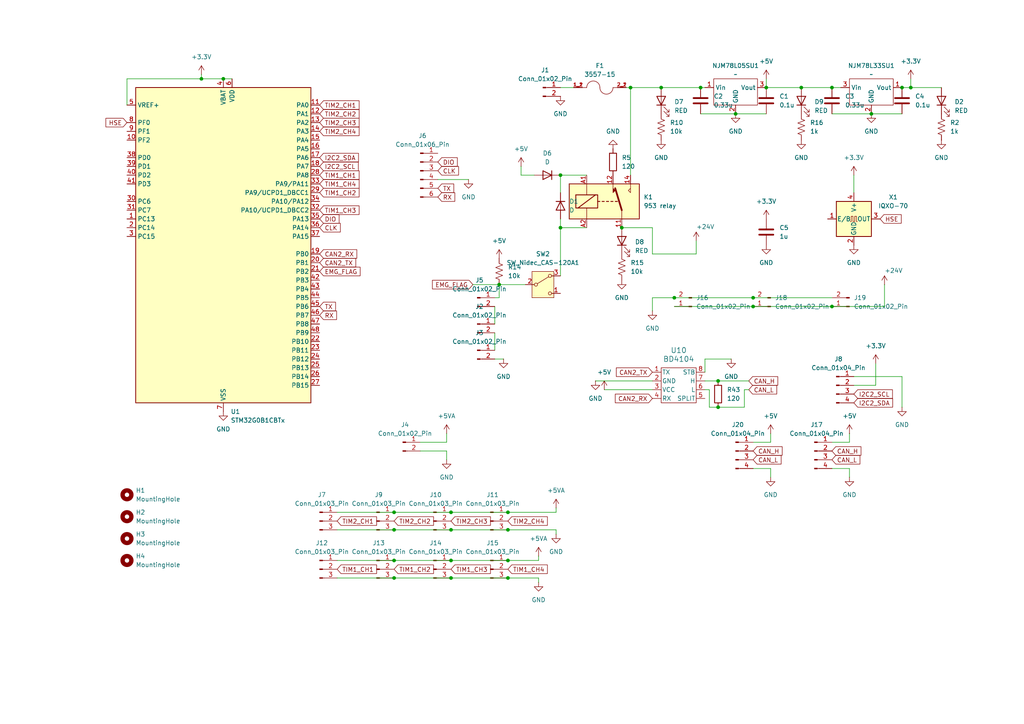
<source format=kicad_sch>
(kicad_sch (version 20250114) (generator "eeschema") (generator_version "9.0")
  (paper "A4")
  (lib_symbols
    (symbol "Connector:Conn_01x02_Pin" (pin_names (offset 1.016) (hide yes))
      (property "Reference" "J" (at 0 2.54 0))
      (property "Value" "Conn_01x02_Pin" (at 0 -5.08 0))
      (symbol "Conn_01x02_Pin_1_1"
        (pin passive line (at 5.08 0 180) (length 3.81) (name "Pin_1") (number "1"))
        (pin passive line (at 5.08 -2.54 180) (length 3.81) (name "Pin_2") (number "2"))
      )
    )
    (symbol "Connector:Conn_01x03_Pin" (pin_names (offset 1.016) (hide yes))
      (property "Reference" "J" (at 0 5.08 0))
      (property "Value" "Conn_01x03_Pin" (at 0 -5.08 0))
      (symbol "Conn_01x03_Pin_1_1"
        (pin passive line (at 5.08 2.54 180) (length 3.81) (name "Pin_1") (number "1"))
        (pin passive line (at 5.08 0 180) (length 3.81) (name "Pin_2") (number "2"))
        (pin passive line (at 5.08 -2.54 180) (length 3.81) (name "Pin_3") (number "3"))
      )
    )
    (symbol "Connector:Conn_01x04_Pin" (pin_names (offset 1.016) (hide yes))
      (property "Reference" "J" (at 0 5.08 0))
      (property "Value" "Conn_01x04_Pin" (at 0 -7.62 0))
      (symbol "Conn_01x04_Pin_1_1"
        (pin passive line (at 5.08 2.54 180) (length 3.81) (name "Pin_1") (number "1"))
        (pin passive line (at 5.08 0 180) (length 3.81) (name "Pin_2") (number "2"))
        (pin passive line (at 5.08 -2.54 180) (length 3.81) (name "Pin_3") (number "3"))
        (pin passive line (at 5.08 -5.08 180) (length 3.81) (name "Pin_4") (number "4"))
      )
    )
    (symbol "Connector:Conn_01x06_Pin" (pin_names (offset 1.016) (hide yes))
      (property "Reference" "J" (at 0 7.62 0))
      (property "Value" "Conn_01x06_Pin" (at 0 -10.16 0))
      (symbol "Conn_01x06_Pin_1_1"
        (pin passive line (at 5.08 5.08 180) (length 3.81) (name "Pin_1") (number "1"))
        (pin passive line (at 5.08 2.54 180) (length 3.81) (name "Pin_2") (number "2"))
        (pin passive line (at 5.08 0 180) (length 3.81) (name "Pin_3") (number "3"))
        (pin passive line (at 5.08 -2.54 180) (length 3.81) (name "Pin_4") (number "4"))
        (pin passive line (at 5.08 -5.08 180) (length 3.81) (name "Pin_5") (number "5"))
        (pin passive line (at 5.08 -7.62 180) (length 3.81) (name "Pin_6") (number "6"))
      )
    )
    (symbol "Device:C" (pin_numbers (hide yes)) (pin_names (offset 0.254))
      (property "Reference" "C" (at 0.635 2.54 0))
      (property "Value" "C" (at 0.635 -2.54 0))
      (symbol "C_1_1"
        (pin passive line (at 0 3.81 270) (length 2.794) (name "~") (number "1"))
        (pin passive line (at 0 -3.81 90) (length 2.794) (name "~") (number "2"))
      )
    )
    (symbol "Device:D" (pin_numbers (hide yes)) (pin_names (offset 1.016) (hide yes))
      (property "Reference" "D" (at 0 2.54 0))
      (property "Value" "D" (at 0 -2.54 0))
      (symbol "D_1_1"
        (pin passive line (at -3.81 0 0) (length 2.54) (name "K") (number "1"))
        (pin passive line (at 3.81 0 180) (length 2.54) (name "A") (number "2"))
      )
    )
    (symbol "Device:R" (pin_numbers (hide yes)) (pin_names (offset 0))
      (property "Reference" "R" (at 2.032 0 90))
      (property "Value" "R" (at 0 0 90))
      (symbol "R_1_1"
        (pin passive line (at 0 3.81 270) (length 1.27) (name "~") (number "1"))
        (pin passive line (at 0 -3.81 90) (length 1.27) (name "~") (number "2"))
      )
    )
    (symbol "MCU_ST_STM32G0:STM32G0B1CBTx"
      (property "Reference" "U" (at -25.4 46.99 0))
      (property "Value" "STM32G0B1CBTx" (at 5.08 46.99 0))
      (symbol "STM32G0B1CBTx_1_1"
        (pin input line (at -27.94 40.64 0) (length 2.54) (name "VREF+") (number "5"))
        (pin bidirectional line (at -27.94 35.56 0) (length 2.54) (name "PF0") (number "8"))
        (pin bidirectional line (at -27.94 33.02 0) (length 2.54) (name "PF1") (number "9"))
        (pin bidirectional line (at -27.94 30.48 0) (length 2.54) (name "PF2") (number "10"))
        (pin bidirectional line (at -27.94 25.4 0) (length 2.54) (name "PD0") (number "38"))
        (pin bidirectional line (at -27.94 22.86 0) (length 2.54) (name "PD1") (number "39"))
        (pin bidirectional line (at -27.94 20.32 0) (length 2.54) (name "PD2") (number "40"))
        (pin bidirectional line (at -27.94 17.78 0) (length 2.54) (name "PD3") (number "41"))
        (pin bidirectional line (at -27.94 12.7 0) (length 2.54) (name "PC6") (number "30"))
        (pin bidirectional line (at -27.94 10.16 0) (length 2.54) (name "PC7") (number "31"))
        (pin bidirectional line (at -27.94 7.62 0) (length 2.54) (name "PC13") (number "1"))
        (pin bidirectional line (at -27.94 5.08 0) (length 2.54) (name "PC14") (number "2"))
        (pin bidirectional line (at -27.94 2.54 0) (length 2.54) (name "PC15") (number "3"))
        (pin power_in line (at 0 48.26 270) (length 2.54) (name "VBAT") (number "4"))
        (pin power_in line (at 0 -48.26 90) (length 2.54) (name "VSS") (number "7"))
        (pin power_in line (at 2.54 48.26 270) (length 2.54) (name "VDD") (number "6"))
        (pin bidirectional line (at 27.94 40.64 180) (length 2.54) (name "PA0") (number "11"))
        (pin bidirectional line (at 27.94 38.1 180) (length 2.54) (name "PA1") (number "12"))
        (pin bidirectional line (at 27.94 35.56 180) (length 2.54) (name "PA2") (number "13"))
        (pin bidirectional line (at 27.94 33.02 180) (length 2.54) (name "PA3") (number "14"))
        (pin bidirectional line (at 27.94 30.48 180) (length 2.54) (name "PA4") (number "15"))
        (pin bidirectional line (at 27.94 27.94 180) (length 2.54) (name "PA5") (number "16"))
        (pin bidirectional line (at 27.94 25.4 180) (length 2.54) (name "PA6") (number "17"))
        (pin bidirectional line (at 27.94 22.86 180) (length 2.54) (name "PA7") (number "18"))
        (pin bidirectional line (at 27.94 20.32 180) (length 2.54) (name "PA8") (number "28"))
        (pin bidirectional line (at 27.94 17.78 180) (length 2.54) (name "PA9/PA11") (number "33"))
        (pin bidirectional line (at 27.94 15.24 180) (length 2.54) (name "PA9/UCPD1_DBCC1") (number "29"))
        (pin bidirectional line (at 27.94 12.7 180) (length 2.54) (name "PA10/PA12") (number "34"))
        (pin bidirectional line (at 27.94 10.16 180) (length 2.54) (name "PA10/UCPD1_DBCC2") (number "32"))
        (pin bidirectional line (at 27.94 7.62 180) (length 2.54) (name "PA13") (number "35"))
        (pin bidirectional line (at 27.94 5.08 180) (length 2.54) (name "PA14") (number "36"))
        (pin bidirectional line (at 27.94 2.54 180) (length 2.54) (name "PA15") (number "37"))
        (pin bidirectional line (at 27.94 -2.54 180) (length 2.54) (name "PB0") (number "19"))
        (pin bidirectional line (at 27.94 -5.08 180) (length 2.54) (name "PB1") (number "20"))
        (pin bidirectional line (at 27.94 -7.62 180) (length 2.54) (name "PB2") (number "21"))
        (pin bidirectional line (at 27.94 -10.16 180) (length 2.54) (name "PB3") (number "42"))
        (pin bidirectional line (at 27.94 -12.7 180) (length 2.54) (name "PB4") (number "43"))
        (pin bidirectional line (at 27.94 -15.24 180) (length 2.54) (name "PB5") (number "44"))
        (pin bidirectional line (at 27.94 -17.78 180) (length 2.54) (name "PB6") (number "45"))
        (pin bidirectional line (at 27.94 -20.32 180) (length 2.54) (name "PB7") (number "46"))
        (pin bidirectional line (at 27.94 -22.86 180) (length 2.54) (name "PB8") (number "47"))
        (pin bidirectional line (at 27.94 -25.4 180) (length 2.54) (name "PB9") (number "48"))
        (pin bidirectional line (at 27.94 -27.94 180) (length 2.54) (name "PB10") (number "22"))
        (pin bidirectional line (at 27.94 -30.48 180) (length 2.54) (name "PB11") (number "23"))
        (pin bidirectional line (at 27.94 -33.02 180) (length 2.54) (name "PB12") (number "24"))
        (pin bidirectional line (at 27.94 -35.56 180) (length 2.54) (name "PB13") (number "25"))
        (pin bidirectional line (at 27.94 -38.1 180) (length 2.54) (name "PB14") (number "26"))
        (pin bidirectional line (at 27.94 -40.64 180) (length 2.54) (name "PB15") (number "27"))
      )
    )
    (symbol "Mechanical:MountingHole" (pin_names (offset 1.016)) (in_bom no)
      (property "Reference" "H" (at 0 5.08 0))
      (property "Value" "MountingHole" (at 0 3.175 0))
    )
    (symbol "Oscillator:IQXO-70" (pin_names (offset 0.254))
      (property "Reference" "X" (at -5.08 6.35 0))
      (property "Value" "IQXO-70" (at 1.27 -6.35 0))
      (symbol "IQXO-70_1_1"
        (pin input line (at -7.62 0 0) (length 2.54) (name "E/B") (number "1"))
        (pin power_in line (at 0 7.62 270) (length 2.54) (name "V+") (number "4"))
        (pin power_in line (at 0 -7.62 90) (length 2.54) (name "GND") (number "2"))
        (pin output line (at 7.62 0 180) (length 2.54) (name "OUT") (number "3"))
      )
    )
    (symbol "Snapeda_kicad_sym:3557-15" (pin_names (offset 1.016))
      (property "Reference" "F" (at -2.54 5.08 0))
      (property "Value" "3557-15" (at -2.54 -5.08 0))
      (symbol "3557-15_0_0"
        (pin passive line (at -7.62 0 0) (length 2.54) (name "~") (number "1_1"))
        (pin passive line (at -7.62 0 0) (length 2.54) (name "~") (number "1_2"))
        (pin passive line (at 7.62 0 180) (length 2.54) (name "~") (number "2_1"))
        (pin passive line (at 7.62 0 180) (length 2.54) (name "~") (number "2_2"))
      )
    )
    (symbol "SparkFun-LED:LED" (pin_numbers (hide yes)) (pin_names (offset 1.016) (hide yes))
      (property "Reference" "D" (at 0 2.54 0))
      (property "Value" "LED" (at 0 -2.54 0))
      (symbol "LED_1_1"
        (pin passive line (at -3.81 0 0) (length 2.54) (name "K") (number "1"))
        (pin passive line (at 3.81 0 180) (length 2.54) (name "A") (number "2"))
      )
    )
    (symbol "SparkFun-Resistor:10k_0402" (pin_numbers (hide yes)) (pin_names (offset 0))
      (property "Reference" "R" (at 0 -2.54 0))
      (property "Value" "10k" (at 0 2.54 0))
      (symbol "10k_0402_1_1"
        (pin passive line (at -3.81 0 0) (length 1.27) (name "~") (number "2"))
        (pin passive line (at 3.81 0 180) (length 1.27) (name "~") (number "1"))
      )
    )
    (symbol "Switch:SW_Nidec_CAS-120A1" (pin_names (offset 1) (hide yes))
      (property "Reference" "SW" (at 0 4.318 0))
      (property "Value" "SW_Nidec_CAS-120A1" (at 0 -5.08 0))
      (symbol "SW_Nidec_CAS-120A1_1_1"
        (pin passive line (at -5.08 0 0) (length 2.54) (name "B") (number "2"))
        (pin passive line (at 5.08 2.54 180) (length 2.54) (name "A") (number "3"))
        (pin passive line (at 5.08 -2.54 180) (length 2.54) (name "C") (number "1"))
      )
    )
    (symbol "jisaku:953 relay"
      (property "Reference" "K" (at 11.43 3.81 0))
      (property "Value" "953 relay" (at 11.43 1.27 0))
      (symbol "953 relay_1_1"
        (pin passive line (at -5.08 7.62 270) (length 2.54) (name "~") (number "A1"))
        (pin passive line (at -5.08 -7.62 90) (length 2.54) (name "~") (number "A2"))
        (pin passive line (at 2.54 7.62 270) (length 2.54) (name "~") (number "12"))
        (pin passive line (at 5.08 -7.62 90) (length 2.54) (name "~") (number "11"))
        (pin passive line (at 7.62 7.62 270) (length 2.54) (name "~") (number "14"))
      )
    )
    (symbol "jisaku:BD4104" (pin_names (offset 0.254))
      (property "Reference" "U" (at -0.008 6.376 0))
      (property "Value" "BD4104" (at -0.508 8.636 0))
      (symbol "BD4104_1_1"
        (pin unspecified line (at -7.62 3.81 0) (length 2.54) (name "TX") (number "1"))
        (pin unspecified line (at -7.62 1.27 0) (length 2.54) (name "GND") (number "2"))
        (pin unspecified line (at -7.62 -1.27 0) (length 2.54) (name "VCC") (number "3"))
        (pin unspecified line (at -7.62 -3.81 0) (length 2.54) (name "RX") (number "4"))
        (pin unspecified line (at 7.62 3.81 180) (length 2.54) (name "STB") (number "8"))
        (pin unspecified line (at 7.62 1.27 180) (length 2.54) (name "H") (number "7"))
        (pin unspecified line (at 7.62 -1.27 180) (length 2.54) (name "L") (number "6"))
        (pin unspecified line (at 7.62 -3.81 180) (length 2.54) (name "SPLIT") (number "5"))
      )
    )
    (symbol "jisaku:NJM7805SDL1"
      (property "Reference" "NJM78L05SU3" (at 0.508 3.302 0))
      (symbol "NJM7805SDL1_1_1"
        (pin input line (at -8.89 0 0) (length 2.54) (name "Vin") (number "1"))
        (pin input line (at 0 -7.62 90) (length 2.54) (name "GND") (number "2"))
        (pin input line (at 8.89 0 180) (length 2.54) (name "Vout") (number "3"))
      )
    )
    (symbol "jisaku:NJM78L33SU3"
      (property "Reference" "NJM78L33SU3" (at 0.508 3.302 0))
      (symbol "NJM78L33SU3_1_1"
        (pin input line (at -8.89 0 0) (length 2.54) (name "Vin") (number "3"))
        (pin input line (at 0 -7.62 90) (length 2.54) (name "GND") (number "2"))
        (pin input line (at 8.89 0 180) (length 2.54) (name "Vout") (number "1"))
      )
    )
    (symbol "power:+24V" (power) (pin_numbers (hide yes)) (pin_names (offset 0) (hide yes))
      (property "Value" "+24V" (at 0 3.556 0))
      (symbol "+24V_1_1"
        (pin power_in line (at 0 0 90) (length 0) (name "~") (number "1"))
      )
    )
    (symbol "power:+3.3V" (power) (pin_numbers (hide yes)) (pin_names (offset 0) (hide yes))
      (property "Value" "+3.3V" (at 0 3.556 0))
      (symbol "+3.3V_1_1"
        (pin power_in line (at 0 0 90) (length 0) (name "~") (number "1"))
      )
    )
    (symbol "power:+5V" (power) (pin_numbers (hide yes)) (pin_names (offset 0) (hide yes))
      (property "Value" "+5V" (at 0 3.556 0))
      (symbol "+5V_1_1"
        (pin power_in line (at 0 0 90) (length 0) (name "~") (number "1"))
      )
    )
    (symbol "power:+5VA" (power) (pin_numbers (hide yes)) (pin_names (offset 0) (hide yes))
      (property "Value" "+5VA" (at 0 3.556 0))
      (symbol "+5VA_1_1"
        (pin power_in line (at 0 0 90) (length 0) (name "~") (number "1"))
      )
    )
    (symbol "power:GND" (power) (pin_numbers (hide yes)) (pin_names (offset 0) (hide yes))
      (property "Value" "GND" (at 0 -3.81 0))
      (symbol "GND_1_1"
        (pin power_in line (at 0 0 270) (length 0) (name "~") (number "1"))
      )
    )
  )
  (junction (at 147.32 148.59))
  (junction (at 58.42 22.86))
  (junction (at 222.25 25.4))
  (junction (at 162.56 66.04))
  (junction (at 144.78 82.55))
  (junction (at 208.28 110.49))
  (junction (at 232.41 25.4))
  (junction (at 241.3 25.4))
  (junction (at 218.44 88.9))
  (junction (at 147.32 162.56))
  (junction (at 208.28 118.11))
  (junction (at 252.73 33.02))
  (junction (at 147.32 153.67))
  (junction (at 114.3 162.56))
  (junction (at 64.77 22.86))
  (junction (at 203.2 25.4))
  (junction (at 130.81 167.64))
  (junction (at 162.56 50.8))
  (junction (at 114.3 167.64))
  (junction (at 213.36 33.02))
  (junction (at 114.3 148.59))
  (junction (at 180.34 66.04))
  (junction (at 147.32 167.64))
  (junction (at 264.16 25.4))
  (junction (at 130.81 153.67))
  (junction (at 191.77 25.4))
  (junction (at 218.44 86.36))
  (junction (at 114.3 153.67))
  (junction (at 182.88 25.4))
  (junction (at 195.58 86.36))
  (junction (at 261.62 25.4))
  (junction (at 130.81 162.56))
  (junction (at 130.81 148.59))
  (junction (at 241.3 88.9))
  (wire (pts (xy 147.32 162.56) (xy 156.21 162.56)))
  (wire (pts (xy 241.3 25.4) (xy 243.84 25.4)))
  (wire (pts (xy 97.79 162.56) (xy 114.3 162.56)))
  (wire (pts (xy 246.38 128.27) (xy 241.3 128.27)))
  (wire (pts (xy 114.3 162.56) (xy 130.81 162.56)))
  (wire (pts (xy 162.56 63.5) (xy 162.56 66.04)))
  (wire (pts (xy 254 111.76) (xy 247.65 111.76)))
  (wire (pts (xy 156.21 167.64) (xy 147.32 167.64)))
  (wire (pts (xy 189.23 73.66) (xy 201.93 73.66)))
  (wire (pts (xy 205.74 113.03) (xy 204.47 113.03)))
  (wire (pts (xy 223.52 128.27) (xy 218.44 128.27)))
  (wire (pts (xy 143.51 96.52) (xy 143.51 101.6)))
  (wire (pts (xy 130.81 162.56) (xy 147.32 162.56)))
  (wire (pts (xy 114.3 167.64) (xy 97.79 167.64)))
  (wire (pts (xy 143.51 104.14) (xy 146.05 104.14)))
  (wire (pts (xy 144.78 82.55) (xy 144.78 86.36)))
  (wire (pts (xy 254 105.41) (xy 254 111.76)))
  (wire (pts (xy 182.88 25.4) (xy 182.88 50.8)))
  (wire (pts (xy 215.9 113.03) (xy 215.9 118.11)))
  (wire (pts (xy 161.29 153.67) (xy 161.29 154.94)))
  (wire (pts (xy 261.62 118.11) (xy 261.62 109.22)))
  (wire (pts (xy 162.56 50.8) (xy 162.56 55.88)))
  (wire (pts (xy 212.09 104.14) (xy 204.47 104.14)))
  (wire (pts (xy 201.93 69.85) (xy 201.93 73.66)))
  (wire (pts (xy 252.73 33.02) (xy 261.62 33.02)))
  (wire (pts (xy 195.58 86.36) (xy 218.44 86.36)))
  (wire (pts (xy 204.47 110.49) (xy 208.28 110.49)))
  (wire (pts (xy 261.62 109.22) (xy 247.65 109.22)))
  (wire (pts (xy 130.81 153.67) (xy 147.32 153.67)))
  (wire (pts (xy 264.16 22.86) (xy 264.16 25.4)))
  (wire (pts (xy 67.31 22.86) (xy 64.77 22.86)))
  (wire (pts (xy 223.52 125.73) (xy 223.52 128.27)))
  (wire (pts (xy 151.13 48.26) (xy 151.13 50.8)))
  (wire (pts (xy 144.78 82.55) (xy 152.4 82.55)))
  (wire (pts (xy 189.23 90.17) (xy 189.23 86.36)))
  (wire (pts (xy 246.38 125.73) (xy 246.38 128.27)))
  (wire (pts (xy 191.77 25.4) (xy 203.2 25.4)))
  (wire (pts (xy 222.25 25.4) (xy 232.41 25.4)))
  (wire (pts (xy 175.26 113.03) (xy 189.23 113.03)))
  (wire (pts (xy 213.36 33.02) (xy 222.25 33.02)))
  (wire (pts (xy 151.13 50.8) (xy 154.94 50.8)))
  (wire (pts (xy 223.52 135.89) (xy 218.44 135.89)))
  (wire (pts (xy 147.32 167.64) (xy 130.81 167.64)))
  (wire (pts (xy 264.16 25.4) (xy 273.05 25.4)))
  (wire (pts (xy 218.44 88.9) (xy 195.58 88.9)))
  (wire (pts (xy 241.3 33.02) (xy 252.73 33.02)))
  (wire (pts (xy 162.56 80.01) (xy 162.56 66.04)))
  (wire (pts (xy 36.83 22.86) (xy 36.83 30.48)))
  (wire (pts (xy 208.28 118.11) (xy 205.74 118.11)))
  (wire (pts (xy 246.38 138.43) (xy 246.38 135.89)))
  (wire (pts (xy 189.23 73.66) (xy 189.23 66.04)))
  (wire (pts (xy 264.16 25.4) (xy 261.62 25.4)))
  (wire (pts (xy 97.79 153.67) (xy 114.3 153.67)))
  (wire (pts (xy 247.65 50.8) (xy 247.65 55.88)))
  (wire (pts (xy 218.44 86.36) (xy 241.3 86.36)))
  (wire (pts (xy 217.17 113.03) (xy 215.9 113.03)))
  (wire (pts (xy 203.2 33.02) (xy 213.36 33.02)))
  (wire (pts (xy 162.56 50.8) (xy 170.18 50.8)))
  (wire (pts (xy 58.42 21.59) (xy 58.42 22.86)))
  (wire (pts (xy 232.41 25.4) (xy 241.3 25.4)))
  (wire (pts (xy 156.21 161.29) (xy 156.21 162.56)))
  (wire (pts (xy 189.23 86.36) (xy 195.58 86.36)))
  (wire (pts (xy 189.23 66.04) (xy 180.34 66.04)))
  (wire (pts (xy 130.81 148.59) (xy 114.3 148.59)))
  (wire (pts (xy 256.54 88.9) (xy 241.3 88.9)))
  (wire (pts (xy 156.21 168.91) (xy 156.21 167.64)))
  (wire (pts (xy 143.51 86.36) (xy 144.78 86.36)))
  (wire (pts (xy 222.25 22.86) (xy 222.25 25.4)))
  (wire (pts (xy 121.92 130.81) (xy 129.54 130.81)))
  (wire (pts (xy 137.16 82.55) (xy 144.78 82.55)))
  (wire (pts (xy 114.3 148.59) (xy 97.79 148.59)))
  (wire (pts (xy 208.28 110.49) (xy 217.17 110.49)))
  (wire (pts (xy 161.29 147.32) (xy 161.29 148.59)))
  (wire (pts (xy 161.29 148.59) (xy 147.32 148.59)))
  (wire (pts (xy 223.52 138.43) (xy 223.52 135.89)))
  (wire (pts (xy 58.42 22.86) (xy 36.83 22.86)))
  (wire (pts (xy 256.54 82.55) (xy 256.54 88.9)))
  (wire (pts (xy 162.56 66.04) (xy 170.18 66.04)))
  (wire (pts (xy 64.77 22.86) (xy 58.42 22.86)))
  (wire (pts (xy 130.81 167.64) (xy 114.3 167.64)))
  (wire (pts (xy 129.54 130.81) (xy 129.54 133.35)))
  (wire (pts (xy 205.74 118.11) (xy 205.74 113.03)))
  (wire (pts (xy 147.32 153.67) (xy 161.29 153.67)))
  (wire (pts (xy 114.3 153.67) (xy 130.81 153.67)))
  (wire (pts (xy 127 52.07) (xy 135.89 52.07)))
  (wire (pts (xy 129.54 125.73) (xy 129.54 128.27)))
  (wire (pts (xy 203.2 25.4) (xy 204.47 25.4)))
  (wire (pts (xy 162.56 25.4) (xy 166.37 25.4)))
  (wire (pts (xy 241.3 88.9) (xy 218.44 88.9)))
  (wire (pts (xy 204.47 104.14) (xy 204.47 107.95)))
  (wire (pts (xy 208.28 118.11) (xy 215.9 118.11)))
  (wire (pts (xy 143.51 88.9) (xy 143.51 93.98)))
  (wire (pts (xy 246.38 135.89) (xy 241.3 135.89)))
  (wire (pts (xy 172.72 110.49) (xy 189.23 110.49)))
  (wire (pts (xy 182.88 25.4) (xy 191.77 25.4)))
  (wire (pts (xy 181.61 25.4) (xy 182.88 25.4)))
  (wire (pts (xy 147.32 148.59) (xy 130.81 148.59)))
  (wire (pts (xy 129.54 128.27) (xy 121.92 128.27)))
  (global_label "TIM2_CH3" (shape input) (at 130.81 151.13 0) (property "Intersheetrefs" "${INTERSHEET_REFS}" (effects (hide yes))))
  (global_label "CAN2_TX" (shape input) (at 92.71 76.2 0) (property "Intersheetrefs" "${INTERSHEET_REFS}" (effects (hide yes))))
  (global_label "CAN_H" (shape input) (at 218.44 130.81 0) (property "Intersheetrefs" "${INTERSHEET_REFS}" (effects (hide yes))))
  (global_label "TIM1_CH3" (shape input) (at 130.81 165.1 0) (property "Intersheetrefs" "${INTERSHEET_REFS}" (effects (hide yes))))
  (global_label "RX" (shape input) (at 127 57.15 0) (property "Intersheetrefs" "${INTERSHEET_REFS}" (effects (hide yes))))
  (global_label "EMG_FLAG" (shape input) (at 92.71 78.74 0) (property "Intersheetrefs" "${INTERSHEET_REFS}" (effects (hide yes))))
  (global_label "CAN2_RX" (shape input) (at 189.23 115.57 180) (property "Intersheetrefs" "${INTERSHEET_REFS}" (effects (hide yes))))
  (global_label "TIM2_CH1" (shape input) (at 92.71 30.48 0) (property "Intersheetrefs" "${INTERSHEET_REFS}" (effects (hide yes))))
  (global_label "TIM1_CH4" (shape input) (at 92.71 53.34 0) (property "Intersheetrefs" "${INTERSHEET_REFS}" (effects (hide yes))))
  (global_label "HSE" (shape input) (at 255.27 63.5 0) (property "Intersheetrefs" "${INTERSHEET_REFS}" (effects (hide yes))))
  (global_label "TIM1_CH3" (shape input) (at 92.71 60.96 0) (property "Intersheetrefs" "${INTERSHEET_REFS}" (effects (hide yes))))
  (global_label "I2C2_SCL" (shape input) (at 92.71 48.26 0) (property "Intersheetrefs" "${INTERSHEET_REFS}" (effects (hide yes))))
  (global_label "TIM1_CH2" (shape input) (at 114.3 165.1 0) (property "Intersheetrefs" "${INTERSHEET_REFS}" (effects (hide yes))))
  (global_label "TIM2_CH1" (shape input) (at 97.79 151.13 0) (property "Intersheetrefs" "${INTERSHEET_REFS}" (effects (hide yes))))
  (global_label "TIM2_CH3" (shape input) (at 92.71 35.56 0) (property "Intersheetrefs" "${INTERSHEET_REFS}" (effects (hide yes))))
  (global_label "TIM2_CH4" (shape input) (at 147.32 151.13 0) (property "Intersheetrefs" "${INTERSHEET_REFS}" (effects (hide yes))))
  (global_label "TIM1_CH4" (shape input) (at 147.32 165.1 0) (property "Intersheetrefs" "${INTERSHEET_REFS}" (effects (hide yes))))
  (global_label "I2C2_SDA" (shape input) (at 92.71 45.72 0) (property "Intersheetrefs" "${INTERSHEET_REFS}" (effects (hide yes))))
  (global_label "TIM2_CH2" (shape input) (at 92.71 33.02 0) (property "Intersheetrefs" "${INTERSHEET_REFS}" (effects (hide yes))))
  (global_label "CAN_H" (shape input) (at 241.3 130.81 0) (property "Intersheetrefs" "${INTERSHEET_REFS}" (effects (hide yes))))
  (global_label "TIM1_CH1" (shape input) (at 92.71 50.8 0) (property "Intersheetrefs" "${INTERSHEET_REFS}" (effects (hide yes))))
  (global_label "I2C2_SDA" (shape input) (at 247.65 116.84 0) (property "Intersheetrefs" "${INTERSHEET_REFS}" (effects (hide yes))))
  (global_label "CAN_L" (shape input) (at 218.44 133.35 0) (property "Intersheetrefs" "${INTERSHEET_REFS}" (effects (hide yes))))
  (global_label "TIM2_CH2" (shape input) (at 114.3 151.13 0) (property "Intersheetrefs" "${INTERSHEET_REFS}" (effects (hide yes))))
  (global_label "TX" (shape input) (at 92.71 88.9 0) (property "Intersheetrefs" "${INTERSHEET_REFS}" (effects (hide yes))))
  (global_label "CLK" (shape input) (at 92.71 66.04 0) (property "Intersheetrefs" "${INTERSHEET_REFS}" (effects (hide yes))))
  (global_label "TIM1_CH1" (shape input) (at 97.79 165.1 0) (property "Intersheetrefs" "${INTERSHEET_REFS}" (effects (hide yes))))
  (global_label "DIO" (shape input) (at 92.71 63.5 0) (property "Intersheetrefs" "${INTERSHEET_REFS}" (effects (hide yes))))
  (global_label "CAN_H" (shape input) (at 217.17 110.49 0) (property "Intersheetrefs" "${INTERSHEET_REFS}" (effects (hide yes))))
  (global_label "I2C2_SCL" (shape input) (at 247.65 114.3 0) (property "Intersheetrefs" "${INTERSHEET_REFS}" (effects (hide yes))))
  (global_label "CAN_L" (shape input) (at 241.3 133.35 0) (property "Intersheetrefs" "${INTERSHEET_REFS}" (effects (hide yes))))
  (global_label "TX" (shape input) (at 127 54.61 0) (property "Intersheetrefs" "${INTERSHEET_REFS}" (effects (hide yes))))
  (global_label "DIO" (shape input) (at 127 46.99 0) (property "Intersheetrefs" "${INTERSHEET_REFS}" (effects (hide yes))))
  (global_label "TIM1_CH2" (shape input) (at 92.71 55.88 0) (property "Intersheetrefs" "${INTERSHEET_REFS}" (effects (hide yes))))
  (global_label "CAN_L" (shape input) (at 217.17 113.03 0) (property "Intersheetrefs" "${INTERSHEET_REFS}" (effects (hide yes))))
  (global_label "CAN2_TX" (shape input) (at 189.23 107.95 180) (property "Intersheetrefs" "${INTERSHEET_REFS}" (effects (hide yes))))
  (global_label "HSE" (shape input) (at 36.83 35.56 180) (property "Intersheetrefs" "${INTERSHEET_REFS}" (effects (hide yes))))
  (global_label "EMG_FLAG" (shape input) (at 137.16 82.55 180) (property "Intersheetrefs" "${INTERSHEET_REFS}" (effects (hide yes))))
  (global_label "CLK" (shape input) (at 127 49.53 0) (property "Intersheetrefs" "${INTERSHEET_REFS}" (effects (hide yes))))
  (global_label "TIM2_CH4" (shape input) (at 92.71 38.1 0) (property "Intersheetrefs" "${INTERSHEET_REFS}" (effects (hide yes))))
  (global_label "CAN2_RX" (shape input) (at 92.71 73.66 0) (property "Intersheetrefs" "${INTERSHEET_REFS}" (effects (hide yes))))
  (global_label "RX" (shape input) (at 92.71 91.44 0) (property "Intersheetrefs" "${INTERSHEET_REFS}" (effects (hide yes))))
  (symbol (lib_id "power:GND") (at 212.09 104.14 0) (unit 1)
    (property "Reference" "#PWR025" (effects (hide yes)))
    (property "Value" "GND" (at 212.09 109.22 0))
    (property "Description" "Power symbol creates a global label with name \"GND\" , ground" (effects (hide yes)))
  )
  (symbol (lib_id "Connector:Conn_01x03_Pin") (at 142.24 165.1 0) (unit 1)
    (property "Reference" "J15" (at 142.875 157.48 0))
    (property "Value" "Conn_01x03_Pin" (at 142.875 160.02 0))
    (property "Footprint" "Connector_JST:JST_XH_B3B-XH-A_1x03_P2.50mm_Vertical" (effects (hide yes)))
    (property "Description" "Generic connector, single row, 01x03, script generated" (effects (hide yes)))
  )
  (symbol (lib_id "power:GND") (at 247.65 71.12 0) (unit 1)
    (property "Reference" "#PWR031" (effects (hide yes)))
    (property "Value" "GND" (at 247.65 76.2 0))
    (property "Description" "Power symbol creates a global label with name \"GND\" , ground" (effects (hide yes)))
  )
  (symbol (lib_id "power:+3.3V") (at 254 105.41 0) (unit 1)
    (property "Reference" "#PWR039" (effects (hide yes)))
    (property "Value" "+3.3V" (at 254 100.33 0))
    (property "Description" "Power symbol creates a global label with name \"+3.3V\"" (effects (hide yes)))
  )
  (symbol (lib_id "power:+5V") (at 151.13 48.26 0) (unit 1)
    (property "Reference" "#PWR04" (effects (hide yes)))
    (property "Value" "+5V" (at 151.13 43.18 0))
    (property "Description" "Power symbol creates a global label with name \"+5V\"" (effects (hide yes)))
  )
  (symbol (lib_id "power:GND") (at 273.05 40.64 0) (unit 1)
    (property "Reference" "#PWR09" (effects (hide yes)))
    (property "Value" "GND" (at 273.05 45.72 0))
    (property "Description" "Power symbol creates a global label with name \"GND\" , ground" (effects (hide yes)))
  )
  (symbol (lib_id "power:+3.3V") (at 58.42 21.59 0) (unit 1)
    (property "Reference" "#PWR014" (effects (hide yes)))
    (property "Value" "+3.3V" (at 58.42 16.51 0))
    (property "Description" "Power symbol creates a global label with name \"+3.3V\"" (effects (hide yes)))
  )
  (symbol (lib_id "power:GND") (at 129.54 133.35 0) (unit 1)
    (property "Reference" "#PWR019" (effects (hide yes)))
    (property "Value" "GND" (at 129.54 138.43 0))
    (property "Description" "Power symbol creates a global label with name \"GND\" , ground" (effects (hide yes)))
  )
  (symbol (lib_id "power:GND") (at 222.25 71.12 0) (unit 1)
    (property "Reference" "#PWR012" (effects (hide yes)))
    (property "Value" "GND" (at 222.25 76.2 0))
    (property "Description" "Power symbol creates a global label with name \"GND\" , ground" (effects (hide yes)))
  )
  (symbol (lib_id "Device:C") (at 261.62 29.21 0) (unit 1)
    (property "Reference" "C4" (at 265.43 27.9399 0) (effects (justify left)))
    (property "Value" "0.1u" (at 265.43 30.4799 0) (effects (justify left)))
    (property "Footprint" "Capacitor_SMD:C_0603_1608Metric" (effects (hide yes)))
    (property "Description" "Unpolarized capacitor" (effects (hide yes)))
  )
  (symbol (lib_id "Device:D") (at 162.56 59.69 270) (unit 1)
    (property "Reference" "D1" (at 165.1 58.4199 90) (effects (justify left)))
    (property "Value" "D" (at 165.1 60.9599 90) (effects (justify left)))
    (property "Footprint" "Diode_SMD:D_MicroSMP_AK" (effects (hide yes)))
    (property "Description" "Diode" (effects (hide yes)))
    (property "Sim.Device" "D" (effects (hide yes)))
    (property "Sim.Pins" "1=K 2=A" (effects (hide yes)))
  )
  (symbol (lib_id "power:+5V") (at 144.78 74.93 0) (unit 1)
    (property "Reference" "#PWR06" (effects (hide yes)))
    (property "Value" "+5V" (at 144.78 69.85 0))
    (property "Description" "Power symbol creates a global label with name \"+5V\"" (effects (hide yes)))
  )
  (symbol (lib_id "Connector:Conn_01x02_Pin") (at 157.48 25.4 0) (unit 1)
    (property "Reference" "J1" (at 158.115 20.32 0))
    (property "Value" "Conn_01x02_Pin" (at 158.115 22.86 0))
    (property "Footprint" "Connector_AMASS:AMASS_XT60PW-M_1x02_P7.20mm_Horizontal" (effects (hide yes)))
    (property "Description" "Generic connector, single row, 01x02, script generated" (effects (hide yes)))
  )
  (symbol (lib_id "SparkFun-Resistor:10k_0402") (at 180.34 77.47 90) (unit 1)
    (property "Reference" "R15" (at 182.88 76.1999 90) (effects (justify right)))
    (property "Value" "10k" (at 182.88 78.7399 90) (effects (justify right)))
    (property "Footprint" "Resistor_SMD:R_0603_1608Metric_Pad0.98x0.95mm_HandSolder" (effects (hide yes)))
    (property "Datasheet" "https://www.vishay.com/docs/20035/dcrcwe3.pdf" (effects (hide yes)))
    (property "Description" "Resistor" (effects (hide yes)))
    (property "PROD_ID" "RES-14241" (effects (hide yes)))
  )
  (symbol (lib_id "power:GND") (at 246.38 138.43 0) (unit 1)
    (property "Reference" "#PWR015" (effects (hide yes)))
    (property "Value" "GND" (at 246.38 143.51 0))
    (property "Description" "Power symbol creates a global label with name \"GND\" , ground" (effects (hide yes)))
  )
  (symbol (lib_id "Connector:Conn_01x03_Pin") (at 142.24 151.13 0) (unit 1)
    (property "Reference" "J11" (at 142.875 143.51 0))
    (property "Value" "Conn_01x03_Pin" (at 142.875 146.05 0))
    (property "Footprint" "Connector_JST:JST_XH_B3B-XH-A_1x03_P2.50mm_Vertical" (effects (hide yes)))
    (property "Description" "Generic connector, single row, 01x03, script generated" (effects (hide yes)))
  )
  (symbol (lib_id "SparkFun-LED:LED") (at 191.77 29.21 90) (unit 1)
    (property "Reference" "D7" (at 195.58 29.5274 90) (effects (justify right)))
    (property "Value" "RED" (at 195.58 32.0674 90) (effects (justify right)))
    (property "Footprint" "LED_SMD:LED_0603_1608Metric_Pad1.05x0.95mm_HandSolder" (effects (hide yes)))
    (property "Description" "Light emitting diode" (effects (hide yes)))
    (property "PROD_ID" "LED-" (effects (hide yes)))
  )
  (symbol (lib_id "power:GND") (at 64.77 119.38 0) (unit 1)
    (property "Reference" "#PWR013" (effects (hide yes)))
    (property "Value" "GND" (at 64.77 124.46 0))
    (property "Description" "Power symbol creates a global label with name \"GND\" , ground" (effects (hide yes)))
  )
  (symbol (lib_id "Connector:Conn_01x02_Pin") (at 138.43 93.98 0) (unit 1)
    (property "Reference" "J2" (at 139.065 88.9 0))
    (property "Value" "Conn_01x02_Pin" (at 139.065 91.44 0))
    (property "Footprint" "Connector_JST:JST_XH_S2B-XH-A_1x02_P2.50mm_Horizontal" (effects (hide yes)))
    (property "Description" "Generic connector, single row, 01x02, script generated" (effects (hide yes)))
  )
  (symbol (lib_id "power:GND") (at 213.36 33.02 0) (unit 1)
    (property "Reference" "#PWR02" (effects (hide yes)))
    (property "Value" "GND" (at 213.36 38.1 0))
    (property "Description" "Power symbol creates a global label with name \"GND\" , ground" (effects (hide yes)))
  )
  (symbol (lib_id "Connector:Conn_01x02_Pin") (at 200.66 88.9 180) (unit 1)
    (property "Reference" "J16" (at 201.93 86.3599 0) (effects (justify right)))
    (property "Value" "Conn_01x02_Pin" (at 201.93 88.8999 0) (effects (justify right)))
    (property "Footprint" "Connector_AMASS:AMASS_XT30UPB-F_1x02_P5.0mm_Vertical" (effects (hide yes)))
    (property "Description" "Generic connector, single row, 01x02, script generated" (effects (hide yes)))
  )
  (symbol (lib_id "SparkFun-Resistor:10k_0402") (at 232.41 36.83 90) (unit 1)
    (property "Reference" "R16" (at 234.95 35.5599 90) (effects (justify right)))
    (property "Value" "1k" (at 234.95 38.0999 90) (effects (justify right)))
    (property "Footprint" "Resistor_SMD:R_0603_1608Metric_Pad0.98x0.95mm_HandSolder" (effects (hide yes)))
    (property "Datasheet" "https://www.vishay.com/docs/20035/dcrcwe3.pdf" (effects (hide yes)))
    (property "Description" "Resistor" (effects (hide yes)))
    (property "PROD_ID" "RES-14241" (effects (hide yes)))
  )
  (symbol (lib_id "Connector:Conn_01x03_Pin") (at 125.73 165.1 0) (unit 1)
    (property "Reference" "J14" (at 126.365 157.48 0))
    (property "Value" "Conn_01x03_Pin" (at 126.365 160.02 0))
    (property "Footprint" "Connector_JST:JST_XH_B3B-XH-A_1x03_P2.50mm_Vertical" (effects (hide yes)))
    (property "Description" "Generic connector, single row, 01x03, script generated" (effects (hide yes)))
  )
  (symbol (lib_id "Connector:Conn_01x03_Pin") (at 109.22 165.1 0) (unit 1)
    (property "Reference" "J13" (at 109.855 157.48 0))
    (property "Value" "Conn_01x03_Pin" (at 109.855 160.02 0))
    (property "Footprint" "Connector_JST:JST_XH_B3B-XH-A_1x03_P2.50mm_Vertical" (effects (hide yes)))
    (property "Description" "Generic connector, single row, 01x03, script generated" (effects (hide yes)))
  )
  (symbol (lib_id "Connector:Conn_01x04_Pin") (at 213.36 130.81 0) (unit 1)
    (property "Reference" "J20" (at 213.995 123.19 0))
    (property "Value" "Conn_01x04_Pin" (at 213.995 125.73 0))
    (property "Footprint" "Connector_JST:JST_PH_S4B-PH-K_1x04_P2.00mm_Horizontal" (effects (hide yes)))
    (property "Description" "Generic connector, single row, 01x04, script generated" (effects (hide yes)))
  )
  (symbol (lib_id "Device:C") (at 203.2 29.21 0) (unit 1)
    (property "Reference" "C2" (at 207.01 27.9399 0) (effects (justify left)))
    (property "Value" "0.33u" (at 207.01 30.4799 0) (effects (justify left)))
    (property "Footprint" "Capacitor_SMD:C_0603_1608Metric" (effects (hide yes)))
    (property "Description" "Unpolarized capacitor" (effects (hide yes)))
  )
  (symbol (lib_id "Connector:Conn_01x02_Pin") (at 116.84 128.27 0) (unit 1)
    (property "Reference" "J4" (at 117.475 123.19 0))
    (property "Value" "Conn_01x02_Pin" (at 117.475 125.73 0))
    (property "Footprint" "Connector_JST:JST_XH_B2B-XH-A_1x02_P2.50mm_Vertical" (effects (hide yes)))
    (property "Description" "Generic connector, single row, 01x02, script generated" (effects (hide yes)))
  )
  (symbol (lib_id "power:+5VA") (at 156.21 161.29 0) (unit 1)
    (property "Reference" "#PWR023" (effects (hide yes)))
    (property "Value" "+5VA" (at 156.21 156.21 0))
    (property "Description" "Power symbol creates a global label with name \"+5VA\"" (effects (hide yes)))
  )
  (symbol (lib_id "SparkFun-LED:LED") (at 180.34 69.85 90) (unit 1)
    (property "Reference" "D8" (at 184.15 70.1674 90) (effects (justify right)))
    (property "Value" "RED" (at 184.15 72.7074 90) (effects (justify right)))
    (property "Footprint" "LED_SMD:LED_0603_1608Metric_Pad1.05x0.95mm_HandSolder" (effects (hide yes)))
    (property "Description" "Light emitting diode" (effects (hide yes)))
    (property "PROD_ID" "LED-" (effects (hide yes)))
  )
  (symbol (lib_id "power:GND") (at 177.8 43.18 180) (unit 1)
    (property "Reference" "#PWR011" (effects (hide yes)))
    (property "Value" "GND" (at 177.8 38.1 0))
    (property "Description" "Power symbol creates a global label with name \"GND\" , ground" (effects (hide yes)))
  )
  (symbol (lib_id "Connector:Conn_01x02_Pin") (at 223.52 88.9 180) (unit 1)
    (property "Reference" "J18" (at 224.79 86.3599 0) (effects (justify right)))
    (property "Value" "Conn_01x02_Pin" (at 224.79 88.8999 0) (effects (justify right)))
    (property "Footprint" "Connector_AMASS:AMASS_XT30UPB-F_1x02_P5.0mm_Vertical" (effects (hide yes)))
    (property "Description" "Generic connector, single row, 01x02, script generated" (effects (hide yes)))
  )
  (symbol (lib_id "power:GND") (at 189.23 90.17 0) (unit 1)
    (property "Reference" "#PWR029" (effects (hide yes)))
    (property "Value" "GND" (at 189.23 95.25 0))
    (property "Description" "Power symbol creates a global label with name \"GND\" , ground" (effects (hide yes)))
  )
  (symbol (lib_id "Device:C") (at 222.25 29.21 0) (unit 1)
    (property "Reference" "C1" (at 226.06 27.9399 0) (effects (justify left)))
    (property "Value" "0.1u" (at 226.06 30.4799 0) (effects (justify left)))
    (property "Footprint" "Capacitor_SMD:C_0603_1608Metric" (effects (hide yes)))
    (property "Description" "Unpolarized capacitor" (effects (hide yes)))
  )
  (symbol (lib_id "Switch:SW_Nidec_CAS-120A1") (at 157.48 82.55 0) (unit 1)
    (property "Reference" "SW2" (at 157.48 73.66 0))
    (property "Value" "SW_Nidec_CAS-120A1" (at 157.48 76.2 0))
    (property "Footprint" "Connector_JST:JST_XH_B3B-XH-A_1x03_P2.50mm_Vertical" (effects (hide yes)))
    (property "Datasheet" "https://www.nidec-components.com/e/catalog/switch/cas.pdf" (effects (hide yes)))
    (property "Description" "Switch, single pole double throw" (effects (hide yes)))
  )
  (symbol (lib_id "power:GND") (at 180.34 81.28 0) (unit 1)
    (property "Reference" "#PWR063" (effects (hide yes)))
    (property "Value" "GND" (at 180.34 86.36 0))
    (property "Description" "Power symbol creates a global label with name \"GND\" , ground" (effects (hide yes)))
  )
  (symbol (lib_id "Connector:Conn_01x02_Pin") (at 138.43 101.6 0) (unit 1)
    (property "Reference" "J3" (at 139.065 96.52 0))
    (property "Value" "Conn_01x02_Pin" (at 139.065 99.06 0))
    (property "Footprint" "Connector_JST:JST_XH_S2B-XH-A_1x02_P2.50mm_Horizontal" (effects (hide yes)))
    (property "Description" "Generic connector, single row, 01x02, script generated" (effects (hide yes)))
  )
  (symbol (lib_id "power:GND") (at 223.52 138.43 0) (unit 1)
    (property "Reference" "#PWR033" (effects (hide yes)))
    (property "Value" "GND" (at 223.52 143.51 0))
    (property "Description" "Power symbol creates a global label with name \"GND\" , ground" (effects (hide yes)))
  )
  (symbol (lib_id "Snapeda_kicad_sym:3557-15") (at 173.99 25.4 0) (unit 1)
    (property "Reference" "F1" (at 173.99 19.05 0))
    (property "Value" "3557-15" (at 173.99 21.59 0))
    (property "Footprint" "jisaku:3557-15" (effects (hide yes)))
    (property "Description" "Auto Fuse Holder; THM; Insulated Clip; 30 Amp; Blue | Keystone Electronics 3557-15" (effects (hide yes)))
    (property "MF" "Keystone Electronics" (effects (hide yes)))
    (property "MAXIMUM_PACKAGE_HEIGHT" "7.37mm" (effects (hide yes)))
    (property "Package" "None" (effects (hide yes)))
    (property "Price" "None" (effects (hide yes)))
    (property "Check_prices" "https://www.snapeda.com/parts/3557-15/Keystone+Electronics/view-part/?ref=eda" (effects (hide yes)))
    (property "STANDARD" "Manufacturer Recommendation" (effects (hide yes)))
    (property "PARTREV" "D" (effects (hide yes)))
    (property "SnapEDA_Link" "https://www.snapeda.com/parts/3557-15/Keystone+Electronics/view-part/?ref=snap" (effects (hide yes)))
    (property "MP" "3557-15" (effects (hide yes)))
    (property "MANUFACTURER" "Keystone" (effects (hide yes)))
    (property "Availability" "In Stock" (effects (hide yes)))
    (property "SNAPEDA_PN" "3557-2" (effects (hide yes)))
  )
  (symbol (lib_id "jisaku:953 relay") (at 175.26 58.42 0) (unit 1)
    (property "Reference" "K1" (at 186.69 57.1499 0) (effects (justify left)))
    (property "Value" "953 relay" (at 186.69 59.6899 0) (effects (justify left)))
    (property "Footprint" "jisaku:953 relay" (effects (hide yes)))
    (property "Description" "Monostable Relay SPDT, EN50005" (effects (hide yes)))
  )
  (symbol (lib_id "power:+5V") (at 175.26 113.03 0) (unit 1)
    (property "Reference" "#PWR017" (effects (hide yes)))
    (property "Value" "+5V" (at 175.26 107.95 0))
    (property "Description" "Power symbol creates a global label with name \"+5V\"" (effects (hide yes)))
  )
  (symbol (lib_id "jisaku:NJM78L33SU3") (at 252.73 25.4 0) (unit 1)
    (property "Reference" "NJM78L33SU1" (at 252.73 19.05 0))
    (property "Value" "~" (at 252.73 21.59 0))
    (property "Footprint" "jisaku:SOT-89-3" (effects (hide yes)))
  )
  (symbol (lib_id "power:+24V") (at 201.93 69.85 0) (unit 1)
    (property "Reference" "#PWR020" (effects (hide yes)))
    (property "Value" "+24V" (at 201.93 65.786 0) (effects (justify left)))
    (property "Description" "Power symbol creates a global label with name \"+24V\"" (effects (hide yes)))
  )
  (symbol (lib_id "Connector:Conn_01x03_Pin") (at 125.73 151.13 0) (unit 1)
    (property "Reference" "J10" (at 126.365 143.51 0))
    (property "Value" "Conn_01x03_Pin" (at 126.365 146.05 0))
    (property "Footprint" "Connector_JST:JST_XH_B3B-XH-A_1x03_P2.50mm_Vertical" (effects (hide yes)))
    (property "Description" "Generic connector, single row, 01x03, script generated" (effects (hide yes)))
  )
  (symbol (lib_id "power:+3.3V") (at 247.65 50.8 0) (unit 1)
    (property "Reference" "#PWR030" (effects (hide yes)))
    (property "Value" "+3.3V" (at 247.65 45.72 0))
    (property "Description" "Power symbol creates a global label with name \"+3.3V\"" (effects (hide yes)))
  )
  (symbol (lib_id "power:GND") (at 261.62 118.11 0) (unit 1)
    (property "Reference" "#PWR040" (effects (hide yes)))
    (property "Value" "GND" (at 261.62 123.19 0))
    (property "Description" "Power symbol creates a global label with name \"GND\" , ground" (effects (hide yes)))
  )
  (symbol (lib_id "Device:C") (at 241.3 29.21 0) (unit 1)
    (property "Reference" "C3" (at 245.11 27.9399 0) (effects (justify left)))
    (property "Value" "0.33u" (at 245.11 30.4799 0) (effects (justify left)))
    (property "Footprint" "Capacitor_SMD:C_0603_1608Metric" (effects (hide yes)))
    (property "Description" "Unpolarized capacitor" (effects (hide yes)))
  )
  (symbol (lib_id "power:+5V") (at 222.25 22.86 0) (unit 1)
    (property "Reference" "#PWR03" (effects (hide yes)))
    (property "Value" "+5V" (at 222.25 17.78 0))
    (property "Description" "Power symbol creates a global label with name \"+5V\"" (effects (hide yes)))
  )
  (symbol (lib_id "Mechanical:MountingHole") (at 36.83 149.86 0) (unit 1) (in_bom no)
    (property "Reference" "H2" (at 39.37 148.5899 0) (effects (justify left)))
    (property "Value" "MountingHole" (at 39.37 151.1299 0) (effects (justify left)))
    (property "Footprint" "MountingHole:MountingHole_3.2mm_M3" (effects (hide yes)))
    (property "Description" "Mounting Hole without connection" (effects (hide yes)))
  )
  (symbol (lib_id "Mechanical:MountingHole") (at 36.83 156.21 0) (unit 1) (in_bom no)
    (property "Reference" "H3" (at 39.37 154.9399 0) (effects (justify left)))
    (property "Value" "MountingHole" (at 39.37 157.4799 0) (effects (justify left)))
    (property "Footprint" "MountingHole:MountingHole_3.2mm_M3" (effects (hide yes)))
    (property "Description" "Mounting Hole without connection" (effects (hide yes)))
  )
  (symbol (lib_id "power:+3.3V") (at 264.16 22.86 0) (unit 1)
    (property "Reference" "#PWR07" (effects (hide yes)))
    (property "Value" "+3.3V" (at 264.16 17.78 0))
    (property "Description" "Power symbol creates a global label with name \"+3.3V\"" (effects (hide yes)))
  )
  (symbol (lib_id "Connector:Conn_01x02_Pin") (at 138.43 86.36 0) (unit 1)
    (property "Reference" "J5" (at 139.065 81.28 0))
    (property "Value" "Conn_01x02_Pin" (at 139.065 83.82 0))
    (property "Footprint" "Connector_JST:JST_XH_S2B-XH-A_1x02_P2.50mm_Horizontal" (effects (hide yes)))
    (property "Description" "Generic connector, single row, 01x02, script generated" (effects (hide yes)))
  )
  (symbol (lib_id "power:GND") (at 162.56 27.94 0) (unit 1)
    (property "Reference" "#PWR01" (effects (hide yes)))
    (property "Value" "GND" (at 162.56 33.02 0))
    (property "Description" "Power symbol creates a global label with name \"GND\" , ground" (effects (hide yes)))
  )
  (symbol (lib_id "power:+5V") (at 246.38 125.73 0) (unit 1)
    (property "Reference" "#PWR016" (effects (hide yes)))
    (property "Value" "+5V" (at 246.38 120.65 0))
    (property "Description" "Power symbol creates a global label with name \"+5V\"" (effects (hide yes)))
  )
  (symbol (lib_id "SparkFun-LED:LED") (at 273.05 29.21 90) (unit 1)
    (property "Reference" "D2" (at 276.86 29.5274 90) (effects (justify right)))
    (property "Value" "RED" (at 276.86 32.0674 90) (effects (justify right)))
    (property "Footprint" "LED_SMD:LED_0603_1608Metric_Pad1.05x0.95mm_HandSolder" (effects (hide yes)))
    (property "Description" "Light emitting diode" (effects (hide yes)))
    (property "PROD_ID" "LED-" (effects (hide yes)))
  )
  (symbol (lib_id "jisaku:BD4104") (at 196.85 111.76 0) (unit 1)
    (property "Reference" "U10" (at 196.85 101.6 0) (effects (font (size 1.524 1.524))))
    (property "Value" "BD4104" (at 196.85 104.14 0) (effects (font (size 1.524 1.524))))
    (property "Footprint" "jisaku:SOP-J8" (effects (hide yes)))
    (property "Datasheet" "SOP-J8" (effects (hide yes)))
  )
  (symbol (lib_id "jisaku:NJM7805SDL1") (at 213.36 25.4 0) (unit 1)
    (property "Reference" "NJM78L05SU1" (at 213.36 19.05 0))
    (property "Value" "~" (at 213.36 21.59 0))
    (property "Footprint" "Package_TO_SOT_SMD:TO-252-2" (effects (hide yes)))
  )
  (symbol (lib_id "SparkFun-Resistor:10k_0402") (at 191.77 36.83 90) (unit 1)
    (property "Reference" "R10" (at 194.31 35.5599 90) (effects (justify right)))
    (property "Value" "10k" (at 194.31 38.0999 90) (effects (justify right)))
    (property "Footprint" "Resistor_SMD:R_0603_1608Metric_Pad0.98x0.95mm_HandSolder" (effects (hide yes)))
    (property "Datasheet" "https://www.vishay.com/docs/20035/dcrcwe3.pdf" (effects (hide yes)))
    (property "Description" "Resistor" (effects (hide yes)))
    (property "PROD_ID" "RES-14241" (effects (hide yes)))
  )
  (symbol (lib_id "power:GND") (at 252.73 33.02 0) (unit 1)
    (property "Reference" "#PWR08" (effects (hide yes)))
    (property "Value" "GND" (at 252.73 38.1 0))
    (property "Description" "Power symbol creates a global label with name \"GND\" , ground" (effects (hide yes)))
  )
  (symbol (lib_id "SparkFun-LED:LED") (at 232.41 29.21 90) (unit 1)
    (property "Reference" "D9" (at 236.22 29.5274 90) (effects (justify right)))
    (property "Value" "RED" (at 236.22 32.0674 90) (effects (justify right)))
    (property "Footprint" "LED_SMD:LED_0603_1608Metric_Pad1.05x0.95mm_HandSolder" (effects (hide yes)))
    (property "Description" "Light emitting diode" (effects (hide yes)))
    (property "PROD_ID" "LED-" (effects (hide yes)))
  )
  (symbol (lib_id "power:+24V") (at 256.54 82.55 0) (unit 1)
    (property "Reference" "#PWR028" (effects (hide yes)))
    (property "Value" "+24V" (at 256.54 78.486 0) (effects (justify left)))
    (property "Description" "Power symbol creates a global label with name \"+24V\"" (effects (hide yes)))
  )
  (symbol (lib_id "power:+5VA") (at 161.29 147.32 0) (unit 1)
    (property "Reference" "#PWR021" (effects (hide yes)))
    (property "Value" "+5VA" (at 161.29 142.24 0))
    (property "Description" "Power symbol creates a global label with name \"+5VA\"" (effects (hide yes)))
  )
  (symbol (lib_id "power:GND") (at 172.72 110.49 0) (unit 1)
    (property "Reference" "#PWR026" (effects (hide yes)))
    (property "Value" "GND" (at 172.72 115.57 0))
    (property "Description" "Power symbol creates a global label with name \"GND\" , ground" (effects (hide yes)))
  )
  (symbol (lib_id "power:GND") (at 232.41 40.64 0) (unit 1)
    (property "Reference" "#PWR064" (effects (hide yes)))
    (property "Value" "GND" (at 232.41 45.72 0))
    (property "Description" "Power symbol creates a global label with name \"GND\" , ground" (effects (hide yes)))
  )
  (symbol (lib_id "Connector:Conn_01x03_Pin") (at 92.71 165.1 0) (unit 1)
    (property "Reference" "J12" (at 93.345 157.48 0))
    (property "Value" "Conn_01x03_Pin" (at 93.345 160.02 0))
    (property "Footprint" "Connector_JST:JST_XH_B3B-XH-A_1x03_P2.50mm_Vertical" (effects (hide yes)))
    (property "Description" "Generic connector, single row, 01x03, script generated" (effects (hide yes)))
  )
  (symbol (lib_id "Device:R") (at 177.8 46.99 0) (unit 1)
    (property "Reference" "R5" (at 180.34 45.7199 0) (effects (justify left)))
    (property "Value" "120" (at 180.34 48.2599 0) (effects (justify left)))
    (property "Footprint" "Resistor_THT:R_Axial_DIN0617_L17.0mm_D6.0mm_P5.08mm_Vertical" (effects (hide yes)))
    (property "Description" "Resistor" (effects (hide yes)))
  )
  (symbol (lib_id "power:GND") (at 146.05 104.14 0) (unit 1)
    (property "Reference" "#PWR05" (effects (hide yes)))
    (property "Value" "GND" (at 146.05 109.22 0))
    (property "Description" "Power symbol creates a global label with name \"GND\" , ground" (effects (hide yes)))
  )
  (symbol (lib_id "Connector:Conn_01x06_Pin") (at 121.92 49.53 0) (unit 1)
    (property "Reference" "J6" (at 122.555 39.37 0))
    (property "Value" "Conn_01x06_Pin" (at 122.555 41.91 0))
    (property "Footprint" "Connector_JST:JST_ZH_B6B-ZR_1x06_P1.50mm_Vertical" (effects (hide yes)))
    (property "Description" "Generic connector, single row, 01x06, script generated" (effects (hide yes)))
  )
  (symbol (lib_id "Connector:Conn_01x04_Pin") (at 242.57 111.76 0) (unit 1)
    (property "Reference" "J8" (at 243.205 104.14 0))
    (property "Value" "Conn_01x04_Pin" (at 243.205 106.68 0))
    (property "Footprint" "Connector_PinSocket_2.54mm:PinSocket_1x04_P2.54mm_Vertical" (effects (hide yes)))
    (property "Description" "Generic connector, single row, 01x04, script generated" (effects (hide yes)))
  )
  (symbol (lib_id "Connector:Conn_01x02_Pin") (at 246.38 88.9 180) (unit 1)
    (property "Reference" "J19" (at 247.65 86.3599 0) (effects (justify right)))
    (property "Value" "Conn_01x02_Pin" (at 247.65 88.8999 0) (effects (justify right)))
    (property "Footprint" "Connector_AMASS:AMASS_XT30UPB-F_1x02_P5.0mm_Vertical" (effects (hide yes)))
    (property "Description" "Generic connector, single row, 01x02, script generated" (effects (hide yes)))
  )
  (symbol (lib_id "Connector:Conn_01x04_Pin") (at 236.22 130.81 0) (unit 1)
    (property "Reference" "J17" (at 236.855 123.19 0))
    (property "Value" "Conn_01x04_Pin" (at 236.855 125.73 0))
    (property "Footprint" "Connector_JST:JST_PH_S4B-PH-K_1x04_P2.00mm_Horizontal" (effects (hide yes)))
    (property "Description" "Generic connector, single row, 01x04, script generated" (effects (hide yes)))
  )
  (symbol (lib_id "Connector:Conn_01x03_Pin") (at 92.71 151.13 0) (unit 1)
    (property "Reference" "J7" (at 93.345 143.51 0))
    (property "Value" "Conn_01x03_Pin" (at 93.345 146.05 0))
    (property "Footprint" "Connector_JST:JST_XH_B3B-XH-A_1x03_P2.50mm_Vertical" (effects (hide yes)))
    (property "Description" "Generic connector, single row, 01x03, script generated" (effects (hide yes)))
  )
  (symbol (lib_id "power:GND") (at 191.77 40.64 0) (unit 1)
    (property "Reference" "#PWR062" (effects (hide yes)))
    (property "Value" "GND" (at 191.77 45.72 0))
    (property "Description" "Power symbol creates a global label with name \"GND\" , ground" (effects (hide yes)))
  )
  (symbol (lib_id "power:+5V") (at 223.52 125.73 0) (unit 1)
    (property "Reference" "#PWR032" (effects (hide yes)))
    (property "Value" "+5V" (at 223.52 120.65 0))
    (property "Description" "Power symbol creates a global label with name \"+5V\"" (effects (hide yes)))
  )
  (symbol (lib_id "Device:C") (at 222.25 67.31 0) (unit 1)
    (property "Reference" "C5" (at 226.06 66.0399 0) (effects (justify left)))
    (property "Value" "1u" (at 226.06 68.5799 0) (effects (justify left)))
    (property "Footprint" "Capacitor_SMD:C_0603_1608Metric" (effects (hide yes)))
    (property "Description" "Unpolarized capacitor" (effects (hide yes)))
  )
  (symbol (lib_id "SparkFun-Resistor:10k_0402") (at 273.05 36.83 90) (unit 1)
    (property "Reference" "R2" (at 275.59 35.5599 90) (effects (justify right)))
    (property "Value" "1k" (at 275.59 38.0999 90) (effects (justify right)))
    (property "Footprint" "Resistor_SMD:R_0603_1608Metric_Pad0.98x0.95mm_HandSolder" (effects (hide yes)))
    (property "Datasheet" "https://www.vishay.com/docs/20035/dcrcwe3.pdf" (effects (hide yes)))
    (property "Description" "Resistor" (effects (hide yes)))
    (property "PROD_ID" "RES-14241" (effects (hide yes)))
  )
  (symbol (lib_id "Mechanical:MountingHole") (at 36.83 162.56 0) (unit 1) (in_bom no)
    (property "Reference" "H4" (at 39.37 161.2899 0) (effects (justify left)))
    (property "Value" "MountingHole" (at 39.37 163.8299 0) (effects (justify left)))
    (property "Footprint" "MountingHole:MountingHole_3.2mm_M3" (effects (hide yes)))
    (property "Description" "Mounting Hole without connection" (effects (hide yes)))
  )
  (symbol (lib_id "Device:R") (at 208.28 114.3 180) (unit 1)
    (property "Reference" "R43" (at 210.82 113.0299 0) (effects (justify right)))
    (property "Value" "120" (at 210.82 115.5699 0) (effects (justify right)))
    (property "Footprint" "Resistor_SMD:R_0603_1608Metric_Pad0.98x0.95mm_HandSolder" (effects (hide yes)))
    (property "Description" "Resistor" (effects (hide yes)))
  )
  (symbol (lib_id "power:+5VA") (at 129.54 125.73 0) (unit 1)
    (property "Reference" "#PWR018" (effects (hide yes)))
    (property "Value" "+5VA" (at 129.54 120.65 0))
    (property "Description" "Power symbol creates a global label with name \"+5VA\"" (effects (hide yes)))
  )
  (symbol (lib_id "power:GND") (at 135.89 52.07 0) (unit 1)
    (property "Reference" "#PWR027" (effects (hide yes)))
    (property "Value" "GND" (at 135.89 57.15 0))
    (property "Description" "Power symbol creates a global label with name \"GND\" , ground" (effects (hide yes)))
  )
  (symbol (lib_id "power:+3.3V") (at 222.25 63.5 0) (unit 1)
    (property "Reference" "#PWR010" (effects (hide yes)))
    (property "Value" "+3.3V" (at 222.25 58.42 0))
    (property "Description" "Power symbol creates a global label with name \"+3.3V\"" (effects (hide yes)))
  )
  (symbol (lib_id "Mechanical:MountingHole") (at 36.83 143.51 0) (unit 1) (in_bom no)
    (property "Reference" "H1" (at 39.37 142.2399 0) (effects (justify left)))
    (property "Value" "MountingHole" (at 39.37 144.7799 0) (effects (justify left)))
    (property "Footprint" "MountingHole:MountingHole_3.2mm_M3" (effects (hide yes)))
    (property "Description" "Mounting Hole without connection" (effects (hide yes)))
  )
  (symbol (lib_id "SparkFun-Resistor:10k_0402") (at 144.78 78.74 270) (unit 1)
    (property "Reference" "R14" (at 147.32 77.4699 90) (effects (justify left)))
    (property "Value" "10k" (at 147.32 80.0099 90) (effects (justify left)))
    (property "Footprint" "Resistor_SMD:R_0603_1608Metric_Pad0.98x0.95mm_HandSolder" (effects (hide yes)))
    (property "Datasheet" "https://www.vishay.com/docs/20035/dcrcwe3.pdf" (effects (hide yes)))
    (property "Description" "Resistor" (effects (hide yes)))
    (property "PROD_ID" "RES-14241" (effects (hide yes)))
  )
  (symbol (lib_id "power:GND") (at 161.29 154.94 0) (unit 1)
    (property "Reference" "#PWR024" (effects (hide yes)))
    (property "Value" "GND" (at 161.29 160.02 0))
    (property "Description" "Power symbol creates a global label with name \"GND\" , ground" (effects (hide yes)))
  )
  (symbol (lib_id "Connector:Conn_01x03_Pin") (at 109.22 151.13 0) (unit 1)
    (property "Reference" "J9" (at 109.855 143.51 0))
    (property "Value" "Conn_01x03_Pin" (at 109.855 146.05 0))
    (property "Footprint" "Connector_JST:JST_XH_B3B-XH-A_1x03_P2.50mm_Vertical" (effects (hide yes)))
    (property "Description" "Generic connector, single row, 01x03, script generated" (effects (hide yes)))
  )
  (symbol (lib_id "Oscillator:IQXO-70") (at 247.65 63.5 0) (unit 1)
    (property "Reference" "X1" (at 259.08 57.1814 0))
    (property "Value" "IQXO-70" (at 259.08 59.7214 0))
    (property "Footprint" "Oscillator:Oscillator_SMD_IQD_IQXO70-4Pin_7.5x5.0mm" (effects (hide yes)))
    (property "Datasheet" "http://www.iqdfrequencyproducts.com/products/details/iqxo-70-11-30.pdf" (effects (hide yes)))
    (property "Description" "Crystal Clock Oscillator, SMD package 7.5x5.0mm²" (effects (hide yes)))
  )
  (symbol (lib_id "MCU_ST_STM32G0:STM32G0B1CBTx") (at 64.77 71.12 0) (unit 1)
    (property "Reference" "U1" (at 66.9133 119.38 0) (effects (justify left)))
    (property "Value" "STM32G0B1CBTx" (at 66.9133 121.92 0) (effects (justify left)))
    (property "Footprint" "Package_QFP:LQFP-48_7x7mm_P0.5mm" (effects (hide yes)))
    (property "Datasheet" "https://www.st.com/resource/en/datasheet/stm32g0b1cb.pdf" (effects (hide yes)))
    (property "Description" "STMicroelectronics Arm Cortex-M0+ MCU, 128KB flash, 144KB RAM, 64 MHz, 1.7-3.6V, 44 GPIO, LQFP48" (effects (hide yes)))
  )
  (symbol (lib_id "power:GND") (at 156.21 168.91 0) (unit 1)
    (property "Reference" "#PWR022" (effects (hide yes)))
    (property "Value" "GND" (at 156.21 173.99 0))
    (property "Description" "Power symbol creates a global label with name \"GND\" , ground" (effects (hide yes)))
  )
  (symbol (lib_id "Device:D") (at 158.75 50.8 180) (unit 1)
    (property "Reference" "D6" (at 158.75 44.45 0))
    (property "Value" "D" (at 158.75 46.99 0))
    (property "Footprint" "Diode_SMD:D_MicroSMP_AK" (effects (hide yes)))
    (property "Description" "Diode" (effects (hide yes)))
    (property "Sim.Device" "D" (effects (hide yes)))
    (property "Sim.Pins" "1=K 2=A" (effects (hide yes)))
  )
)
</source>
